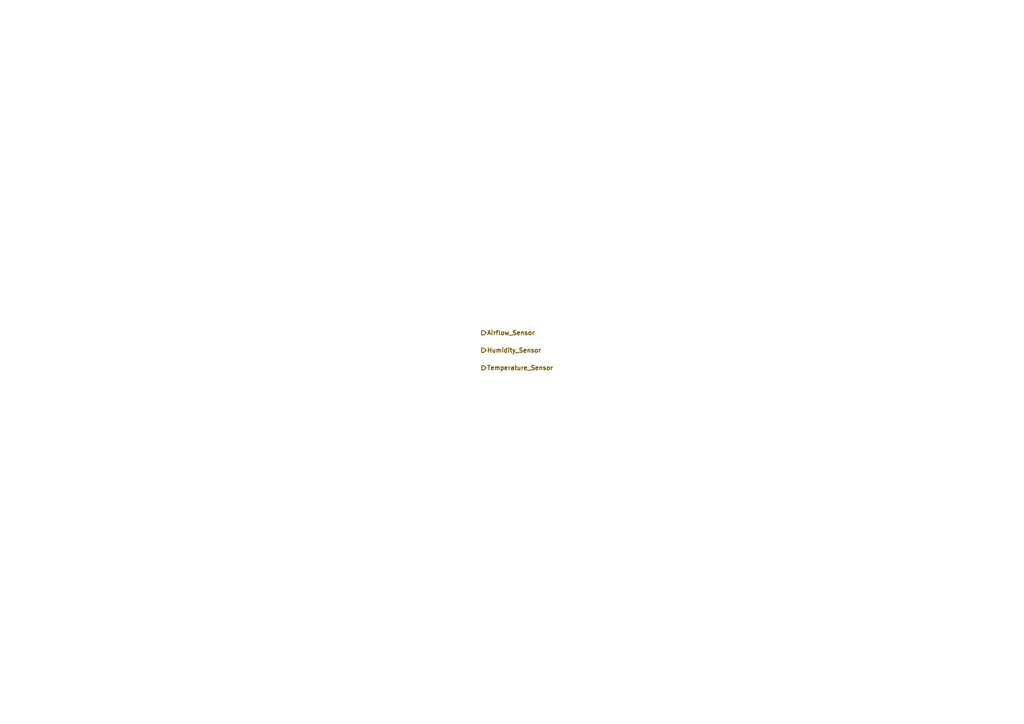
<source format=kicad_sch>
(kicad_sch
	(version 20250114)
	(generator "eeschema")
	(generator_version "9.0")
	(uuid "a75b9d60-efe3-42a6-8800-d99f3a66afe7")
	(paper "A4")
	(lib_symbols)
	(hierarchical_label "Humidity_Sensor"
		(shape output)
		(at 139.7 101.6 0)
		(effects
			(font
				(size 1.27 1.27)
				(bold yes)
			)
			(justify left)
		)
		(uuid "2ebfc2a1-6370-43f1-8d9f-804fd79fdba6")
	)
	(hierarchical_label "Temperature_Sensor"
		(shape output)
		(at 139.7 106.68 0)
		(effects
			(font
				(size 1.27 1.27)
				(bold yes)
			)
			(justify left)
		)
		(uuid "65cf3660-2c31-442e-9b35-2c3d28346b57")
	)
	(hierarchical_label "Airflow_Sensor"
		(shape output)
		(at 139.7 96.52 0)
		(effects
			(font
				(size 1.27 1.27)
				(bold yes)
			)
			(justify left)
		)
		(uuid "986bb80f-6c6f-417e-b943-a15fbf0a8fdd")
	)
)

</source>
